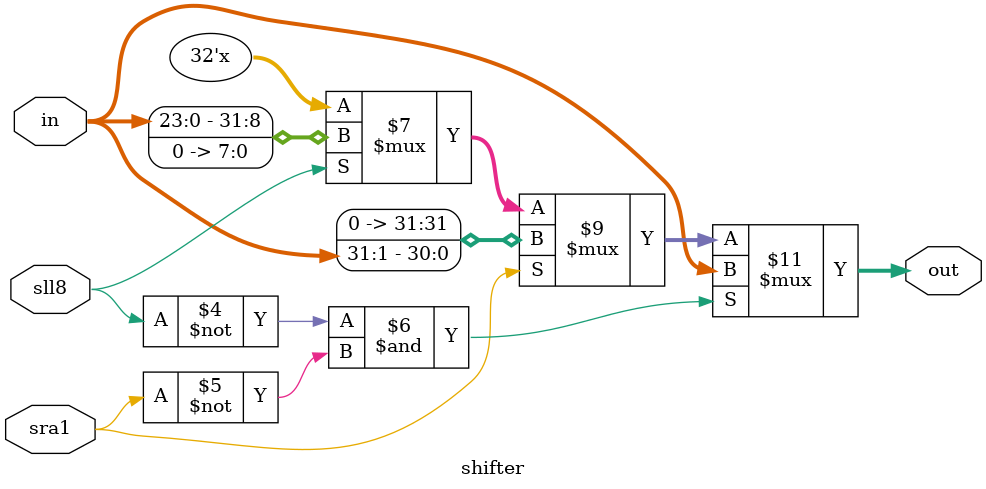
<source format=v>
	module shifter (out, sll8, sra1, in);

	input [31:0] in;
	input sll8, sra1;
	output reg [31:0] out;

	always @ (in or sll8 or sra1)
	begin
	 if (sll8) out <= in << 8; //shifts left by 1 byte
							   //filling the 8 least significant bits with zeros

	 if (sra1) out <= in >>> 1;//shifts right by 1 bit
							   //leaving the most significant unchanged

	 if (~sll8 & ~sra1) out <= in;
	end
	endmodule	

</source>
